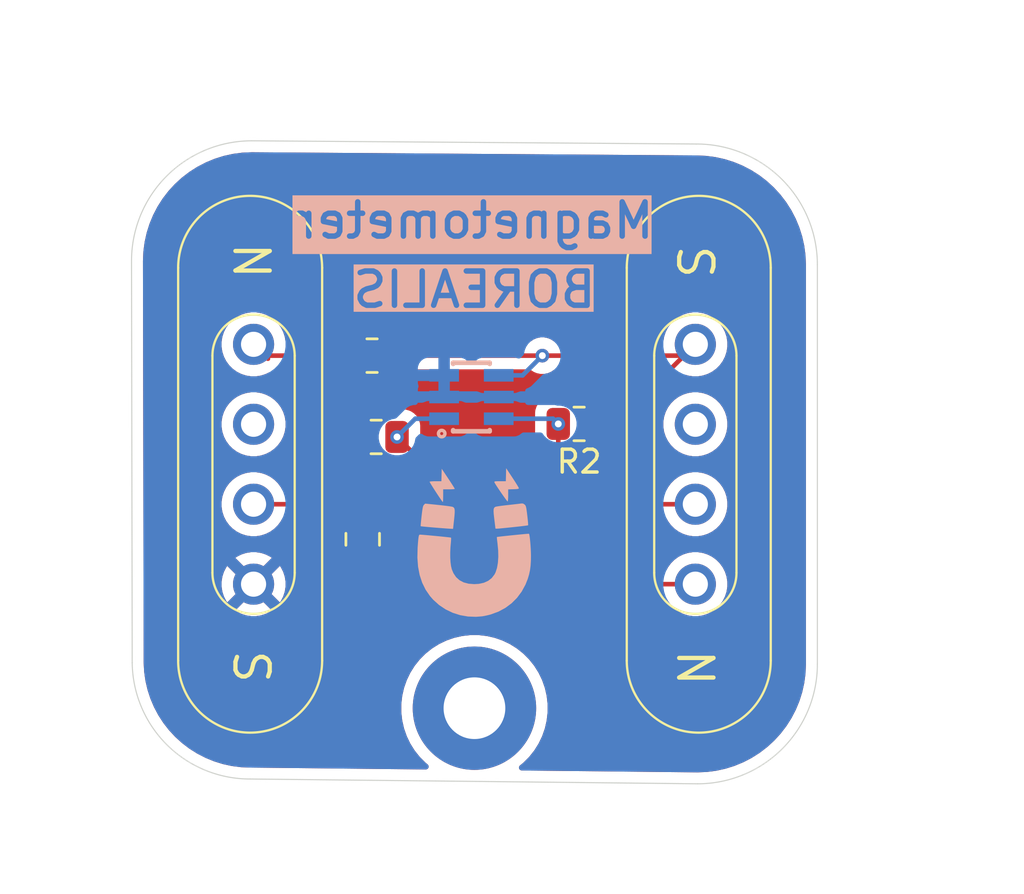
<source format=kicad_pcb>
(kicad_pcb (version 20241229) (generator "pcbnew") (generator_version "9.0")
  (layers (0 "F.Cu" signal) (2 "B.Cu" signal) (13 "F.Paste" user) (15 "B.Paste" user) (5 "F.SilkS" user "F.Silkscreen") (7 "B.SilkS" user "B.Silkscreen") (1 "F.Mask" user) (3 "B.Mask" user) (25 "Edge.Cuts" user))
  (net 0 "")
  (net 1 "GND")
  (net 2 "/SCL")
  (net 3 "/SDA")
  (net 4 "+3.3V")
  (net 5 "/ID")
  (net 6 "/ADC")
  (net 7 "+5V")
  (footprint "batteryholder:MAGNETIC POGO CONN." (layer "F.Cu") (at 151.33476 104.72476 -90)
    (property "Reference" "U1" (hide yes))
    (property "Value" "MAGNETIC POGO CONN." (hide yes))
    (fp_line (start -8.6 3) (end 8.6 3) (stroke (width 0.1)) (layer "F.SilkS") (net 151006809))
    (fp_line (start -4.75 1.8) (end 4.75 1.8) (stroke (width 0.1)) (layer "F.SilkS") (net 151006809))
    (fp_line (start -4.75 -1.8) (end 4.75 -1.8) (stroke (width 0.1)) (layer "F.SilkS") (net 151006809))
    (fp_line (start -8.6 -3.3) (end 8.6 -3.3) (stroke (width 0.1)) (layer "F.SilkS") (net 151006809))
    (fp_arc (start -8.6 3) (mid -11.75 -0.15) (end -8.6 -3.3) (stroke (width 0.1)) (layer "F.SilkS") (net 151006809))
    (fp_arc (start -4.75 1.8) (mid -6.55 0) (end -4.75 -1.8) (stroke (width 0.1)) (layer "F.SilkS") (net 151006809))
    (fp_arc (start 4.75 -1.8) (mid 6.55 0) (end 4.75 1.8) (stroke (width 0.1)) (layer "F.SilkS") (net 151006809))
    (fp_arc (start 8.6 -3.3) (mid 11.75 -0.15) (end 8.6 3) (stroke (width 0.1)) (layer "F.SilkS") (net 151006809))
    (fp_text user "S" (at -9.7 0.9 270) (layer "F.SilkS") (effects (font (size 1.5 1.5) (thickness 0.1875)) (justify left bottom)))
    (fp_text user "N" (at 8 0.9 270) (layer "F.SilkS") (effects (font (size 1.5 1.5) (thickness 0.1875)) (justify left bottom)))
    (pad "1" thru_hole circle (at -5.25 0 270) (size 1.8 1.8) (drill 1.1) (layers "*.Cu" "*.Mask") (net 4 "+3.3V"))
    (pad "2" thru_hole circle (at -1.75 0 270) (size 1.8 1.8) (drill 1.1) (layers "*.Cu" "*.Mask") (net 6 "/ADC"))
    (pad "3" thru_hole circle (at 1.75 0 270) (size 1.8 1.8) (drill 1.1) (layers "*.Cu" "*.Mask") (net 3 "/SDA"))
    (pad "4" thru_hole circle (at 5.25 0 270) (size 1.8 1.8) (drill 1.1) (layers "*.Cu" "*.Mask") (net 2 "/SCL"))
  )
  (footprint "Resistor_SMD:R_0805_2012Metric" (layer "F.Cu") (at 137.37 103.53)
    (property "Reference" "R3" (hide yes))
    (property "Value" "10K")
    (fp_line (start -0.227064 -0.735) (end 0.227064 -0.735) (stroke (width 0.12)) (layer "F.SilkS"))
    (fp_line (start -0.227064 0.735) (end 0.227064 0.735) (stroke (width 0.12)) (layer "F.SilkS"))
    (pad "1" smd roundrect (at -0.9125 0) (size 1.025 1.4) (layers "F.Cu" "F.Mask" "F.Paste") (roundrect_rratio 0.243902) (net 4 "+3.3V"))
    (pad "2" smd roundrect (at 0.9125 0) (size 1.025 1.4) (layers "F.Cu" "F.Mask" "F.Paste") (roundrect_rratio 0.243902) (net 2 "/SCL"))
  )
  (footprint "batteryholder:MAGNETIC POGO CONN." (layer "F.Cu") (at 132.00476 104.72476 90)
    (property "Reference" "U2" (hide yes))
    (property "Value" "MAGNETIC POGO CONN." (hide yes))
    (fp_line (start -8.6 -3.3) (end 8.6 -3.3) (stroke (width 0.1)) (layer "F.SilkS") (net 151006809))
    (fp_line (start -4.75 -1.8) (end 4.75 -1.8) (stroke (width 0.1)) (layer "F.SilkS") (net 151006809))
    (fp_line (start -4.75 1.8) (end 4.75 1.8) (stroke (width 0.1)) (layer "F.SilkS") (net 151006809))
    (fp_line (start -8.6 3) (end 8.6 3) (stroke (width 0.1)) (layer "F.SilkS") (net 151006809))
    (fp_arc (start 8.6 -3.3) (mid 11.75 -0.15) (end 8.6 3) (stroke (width 0.1)) (layer "F.SilkS") (net 151006809))
    (fp_arc (start 4.75 -1.8) (mid 6.55 0) (end 4.75 1.8) (stroke (width 0.1)) (layer "F.SilkS") (net 151006809))
    (fp_arc (start -4.75 1.8) (mid -6.55 0) (end -4.75 -1.8) (stroke (width 0.1)) (layer "F.SilkS") (net 151006809))
    (fp_arc (start -8.6 3) (mid -11.75 -0.15) (end -8.6 -3.3) (stroke (width 0.1)) (layer "F.SilkS") (net 151006809))
    (fp_text user "S" (at -9.7 0.9 90) (layer "F.SilkS") (effects (font (size 1.5 1.5) (thickness 0.1875)) (justify left bottom)))
    (fp_text user "N" (at 8 0.9 90) (layer "F.SilkS") (effects (font (size 1.5 1.5) (thickness 0.1875)) (justify left bottom)))
    (pad "1" thru_hole circle (at -5.25 0 90) (size 1.8 1.8) (drill 1.1) (layers "*.Cu" "*.Mask") (net 1 "GND"))
    (pad "2" thru_hole circle (at -1.75 0 90) (size 1.8 1.8) (drill 1.1) (layers "*.Cu" "*.Mask") (net 4 "+3.3V"))
    (pad "3" thru_hole circle (at 1.75 0 90) (size 1.8 1.8) (drill 1.1) (layers "*.Cu" "*.Mask") (net 7 "+5V"))
    (pad "4" thru_hole circle (at 5.25 0 90) (size 1.8 1.8) (drill 1.1) (layers "*.Cu" "*.Mask") (net 5 "/ID"))
  )
  (footprint "Capacitor_SMD:C_0805_2012Metric" (layer "F.Cu") (at 136.78 108.01 90)
    (property "Reference" "C5" (hide yes))
    (property "Value" "100nF")
    (fp_line (start -0.261252 -0.735) (end 0.261252 -0.735) (stroke (width 0.12)) (layer "F.SilkS"))
    (fp_line (start -0.261252 0.735) (end 0.261252 0.735) (stroke (width 0.12)) (layer "F.SilkS"))
    (pad "1" smd roundrect (at -0.95 0 90) (size 1 1.45) (layers "F.Cu" "F.Mask" "F.Paste") (net 1 "GND"))
    (pad "2" smd roundrect (at 0.95 0 90) (size 1 1.45) (layers "F.Cu" "F.Mask" "F.Paste") (net 4 "+3.3V"))
  )
  (footprint "MountingHole:MountingHole_2.7mm_M2.5_Pad" (layer "F.Cu") (at 141.66976 115.40476)
    (property "Reference" "H1" (hide yes))
    (property "Value" "MountingHole" (hide yes))
    (pad "1" thru_hole circle (at 0 0) (size 5.4 5.4) (drill 2.7) (layers "*.Cu" "*.Mask"))
  )
  (footprint "Resistor_SMD:R_0805_2012Metric" (layer "F.Cu") (at 137.19 99.97 180)
    (property "Reference" "R1" (hide yes))
    (property "Value" "R")
    (fp_line (start -0.227064 0.735) (end 0.227064 0.735) (stroke (width 0.12)) (layer "F.SilkS"))
    (fp_line (start -0.227064 -0.735) (end 0.227064 -0.735) (stroke (width 0.12)) (layer "F.SilkS"))
    (pad "1" smd roundrect (at -0.9125 0 180) (size 1.025 1.4) (layers "F.Cu" "F.Mask" "F.Paste") (roundrect_rratio 0.243902) (net 4 "+3.3V"))
    (pad "2" smd roundrect (at 0.9125 0 180) (size 1.025 1.4) (layers "F.Cu" "F.Mask" "F.Paste") (roundrect_rratio 0.243902) (net 5 "/ID"))
  )
  (footprint "Resistor_SMD:R_0805_2012Metric" (layer "F.Cu") (at 146.25 102.96 180)
    (property "Reference" "R2" (at 0 -1.65 0) (layer "F.SilkS"))
    (property "Value" "10K")
    (fp_line (start -0.227064 0.735) (end 0.227064 0.735) (stroke (width 0.12)) (layer "F.SilkS"))
    (fp_line (start -0.227064 -0.735) (end 0.227064 -0.735) (stroke (width 0.12)) (layer "F.SilkS"))
    (pad "1" smd roundrect (at -0.9125 0 180) (size 1.025 1.4) (layers "F.Cu" "F.Mask" "F.Paste") (roundrect_rratio 0.243902) (net 4 "+3.3V"))
    (pad "2" smd roundrect (at 0.9125 0 180) (size 1.025 1.4) (layers "F.Cu" "F.Mask" "F.Paste") (roundrect_rratio 0.243902) (net 3 "/SDA"))
  )
  (footprint "batteryholder:TLV493D" (layer "B.Cu") (at 141.54005 101.7818 180)
    (property "Reference" "TLV493D1" (hide yes))
    (property "Value" "~" (hide yes))
    (fp_line (start 0.8031 1.5) (end 0.8031 1.4503) (stroke (width 0.2)) (layer "B.SilkS"))
    (fp_line (start 0.8031 -1.4503) (end 0.8031 -1.5) (stroke (width 0.2)) (layer "B.SilkS"))
    (fp_line (start 0.8031 -1.5) (end -0.7969 -1.5) (stroke (width 0.2)) (layer "B.SilkS"))
    (fp_line (start -0.7969 1.5) (end 0.8031 1.5) (stroke (width 0.2)) (layer "B.SilkS"))
    (fp_line (start -0.7969 1.4503) (end -0.7969 1.5) (stroke (width 0.2)) (layer "B.SilkS"))
    (fp_line (start -0.7969 -1.5) (end -0.7969 -1.4503) (stroke (width 0.2)) (layer "B.SilkS"))
    (fp_circle (center 1.3031 -1.5999) (end 1.4446 -1.5999) (stroke (width 0.15)) (fill no) (layer "B.SilkS"))
    (pad "1" smd rect (at 1.1969 -0.95) (size 1.3 0.55) (layers "B.Cu" "B.Mask" "B.Paste") (net 2 "/SCL"))
    (pad "2" smd rect (at 1.1969 0) (size 1.3 0.55) (layers "B.Cu" "B.Mask" "B.Paste") (net 1 "GND"))
    (pad "3" smd rect (at 1.1969 0.95) (size 1.3 0.55) (layers "B.Cu" "B.Mask" "B.Paste") (net 1 "GND"))
    (pad "4" smd rect (at -1.1907 0.95) (size 1.3 0.55) (layers "B.Cu" "B.Mask" "B.Paste") (net 4 "+3.3V"))
    (pad "5" smd rect (at -1.1968 0) (size 1.3 0.55) (layers "B.Cu" "B.Mask" "B.Paste") (net 1 "GND"))
    (pad "6" smd rect (at -1.1907 -0.95) (size 1.3 0.55) (layers "B.Cu" "B.Mask" "B.Paste") (net 3 "/SDA"))
  )
  (footprint "LOGO" (layer "B.Cu") (at 141.66 108.16 180)
    (property "Reference" "G***" (hide yes))
    (property "Value" "LOGO" (hide yes))
    (fp_poly (pts (xy 1.429609 2.96545) (xy 1.436818 2.6924) (xy 1.68846 2.6924) (xy 1.79633 2.69041) (xy 1.883875 2.685049) (xy 1.93954 2.677235) (xy 1.953078 2.671405) (xy 1.943 2.646216) (xy 1.909336 2.586736) (xy 1.857096 2.50066) (xy 1.79129 2.395683) (xy 1.71693 2.279501) (xy 1.639024 2.15981) (xy 1.562584 2.044303) (xy 1.49262 1.940677) (xy 1.434143 1.856628) (xy 1.392162 1.799849) (xy 1.371689 1.778037) (xy 1.37138 1.778) (xy 1.366365 1.801691) (xy 1.362312 1.865926) (xy 1.359679 1.960454) (xy 1.3589 2.0574) (xy 1.3589 2.3368) (xy 1.1049 2.3368) (xy 0.998281 2.338838) (xy 0.913699 2.344332) (xy 0.861906 2.352354) (xy 0.8509 2.358726) (xy 0.864388 2.385616) (xy 0.902029 2.447951) (xy 0.959587 2.53905) (xy 1.032828 2.652229) (xy 1.117515 2.780806) (xy 1.13665 2.809576) (xy 1.4224 3.2385)) (fill yes) (layer "B.SilkS"))
    (fp_poly (pts (xy -1.389819 2.977545) (xy -1.382637 2.6924) (xy -1.126506 2.6924) (xy -1.010361 2.691617) (xy -0.936436 2.688229) (xy -0.896162 2.680677) (xy -0.880972 2.667405) (xy -0.882003 2.64795) (xy -0.900159 2.611047) (xy -0.941279 2.542928) (xy -1.000015 2.451377) (xy -1.071021 2.344177) (xy -1.14895 2.229109) (xy -1.228456 2.113958) (xy -1.30419 2.006505) (xy -1.370807 1.914533) (xy -1.42296 1.845825) (xy -1.455302 1.808165) (xy -1.46222 1.8034) (xy -1.472048 1.827085) (xy -1.479854 1.891302) (xy -1.484724 1.985796) (xy -1.4859 2.069147) (xy -1.4859 2.334894) (xy -1.72085 2.342197) (xy -1.834304 2.347225) (xy -1.905305 2.354847) (xy -1.942191 2.366692) (xy -1.9533 2.384391) (xy -1.953262 2.3876) (xy -1.938977 2.419741) (xy -1.90066 2.486893) (xy -1.842665 2.581936) (xy -1.769349 2.697755) (xy -1.685067 2.827231) (xy -1.673862 2.844195) (xy -1.397 3.262689)) (fill yes) (layer "B.SilkS"))
    (fp_poly (pts (xy 2.200613 1.658776) (xy 2.221127 1.63201) (xy 2.238292 1.592053) (xy 2.253707 1.531251) (xy 2.26897 1.441951) (xy 2.285682 1.3165) (xy 2.30303 1.168573) (xy 2.318711 1.025617) (xy 2.331365 0.901258) (xy 2.340224 0.803816) (xy 2.344523 0.741615) (xy 2.344085 0.72272) (xy 2.316719 0.717437) (xy 2.247082 0.709262) (xy 2.142989 0.698827) (xy 2.012253 0.686761) (xy 1.862688 0.673695) (xy 1.702106 0.660257) (xy 1.538322 0.647079) (xy 1.379149 0.634791) (xy 1.232399 0.624022) (xy 1.105888 0.615402) (xy 1.007426 0.609563) (xy 0.944829 0.607133) (xy 0.925613 0.608332) (xy 0.922459 0.637111) (xy 0.91472 0.707461) (xy 0.903379 0.810462) (xy 0.889416 0.937189) (xy 0.880312 1.019795) (xy 0.862488 1.194633) (xy 0.853402 1.326222) (xy 0.853898 1.421497) (xy 0.864821 1.487392) (xy 0.887015 1.530842) (xy 0.921325 1.55878) (xy 0.947414 1.570727) (xy 0.992184 1.58095) (xy 1.079174 1.594787) (xy 1.200022 1.611136) (xy 1.346368 1.628895) (xy 1.50985 1.646961) (xy 1.581878 1.654401) (xy 2.147756 1.711633)) (fill yes) (layer "B.SilkS"))
    (fp_poly (pts (xy -2.05989 1.718079) (xy -2.010496 1.711229) (xy -1.919925 1.700109) (xy -1.797518 1.68581) (xy -1.652614 1.66942) (xy -1.494552 1.65203) (xy -1.4859 1.651092) (xy -1.329144 1.633241) (xy -1.186754 1.615398) (xy -1.067604 1.598805) (xy -0.980569 1.584703) (xy -0.934525 1.574334) (xy -0.932941 1.573728) (xy -0.892983 1.550955) (xy -0.86566 1.516202) (xy -0.850248 1.462451) (xy -0.846025 1.382687) (xy -0.852269 1.269891) (xy -0.868259 1.117047) (xy -0.877828 1.038247) (xy -0.894603 0.902533) (xy -0.908918 0.784794) (xy -0.919679 0.694168) (xy -0.925795 0.63979) (xy -0.926784 0.62865) (xy -0.929317 0.621265) (xy -0.940118 0.616324) (xy -0.964415 0.614188) (xy -1.007435 0.615221) (xy -1.074403 0.619785) (xy -1.170548 0.628242) (xy -1.301096 0.640954) (xy -1.471274 0.658283) (xy -1.68631 0.680591) (xy -1.706212 0.682665) (xy -1.880872 0.701316) (xy -2.038372 0.718995) (xy -2.1718 0.734855) (xy -2.274246 0.74805) (xy -2.338798 0.757735) (xy -2.358649 0.762505) (xy -2.360101 0.790878) (xy -2.355846 0.861013) (xy -2.346628 0.964282) (xy -2.333193 1.092061) (xy -2.321338 1.194305) (xy -2.302113 1.350172) (xy -2.286329 1.463773) (xy -2.271976 1.543348) (xy -2.257044 1.597136) (xy -2.239523 1.633377) (xy -2.217404 1.660312) (xy -2.20479 1.672153) (xy -2.13761 1.714973) (xy -2.064437 1.718813)) (fill yes) (layer "B.SilkS"))
    (fp_poly (pts (xy -2.369718 0.392422) (xy -2.30067 0.387354) (xy -2.196939 0.378366) (xy -2.066433 0.366262) (xy -1.91706 0.351844) (xy -1.756727 0.335916) (xy -1.593343 0.31928) (xy -1.434815 0.302739) (xy -1.289051 0.287097) (xy -1.16396 0.273155) (xy -1.067448 0.261718) (xy -1.007424 0.253588) (xy -0.991054 0.250095) (xy -0.990623 0.222893) (xy -0.996222 0.156187) (xy -1.006808 0.060778) (xy -1.017692 -0.0254) (xy -1.047261 -0.331122) (xy -1.053205 -0.616646) (xy -1.03606 -0.876292) (xy -0.996361 -1.104384) (xy -0.934643 -1.295243) (xy -0.889377 -1.385949) (xy -0.767762 -1.545085) (xy -0.611277 -1.667765) (xy -0.420915 -1.753512) (xy -0.197669 -1.801848) (xy 0 -1.813271) (xy 0.248293 -1.794036) (xy 0.462838 -1.736954) (xy 0.64414 -1.641693) (xy 0.792706 -1.507919) (xy 0.909042 -1.335298) (xy 0.97945 -1.1684) (xy 1.01369 -1.027925) (xy 1.037247 -0.848638) (xy 1.04961 -0.641496) (xy 1.050265 -0.41746) (xy 1.038698 -0.187487) (xy 1.029939 -0.090471) (xy 1.019111 0.027213) (xy 1.012519 0.125601) (xy 1.010698 0.194202) (xy 1.014001 0.222369) (xy 1.04096 0.227452) (xy 1.110506 0.236198) (xy 1.214622 0.247832) (xy 1.34529 0.261578) (xy 1.494493 0.276661) (xy 1.654212 0.292304) (xy 1.816429 0.307732) (xy 1.973126 0.322169) (xy 2.116287 0.334839) (xy 2.237892 0.344966) (xy 2.329925 0.351775) (xy 2.378003 0.354348) (xy 2.397854 0.348999) (xy 2.414148 0.327773) (xy 2.427866 0.284907) (xy 2.43999 0.214636) (xy 2.451504 0.111196) (xy 2.463388 -0.031177) (xy 2.476625 -0.218249) (xy 2.477324 -0.228652) (xy 2.487242 -0.655331) (xy 2.457426 -1.050817) (xy 2.387656 -1.415841) (xy 2.277709 -1.751137) (xy 2.127366 -2.057439) (xy 1.936405 -2.33548) (xy 1.793303 -2.498382) (xy 1.536779 -2.729074) (xy 1.252177 -2.919208) (xy 0.943885 -3.067294) (xy 0.616291 -3.171843) (xy 0.273785 -3.231369) (xy -0.079245 -3.244381) (xy -0.344039 -3.223273) (xy -0.449441 -3.205363) (xy -0.578665 -3.177316) (xy -0.707174 -3.144556) (xy -0.732362 -3.137416) (xy -1.061289 -3.016641) (xy -1.362729 -2.854049) (xy -1.634166 -2.652063) (xy -1.873084 -2.413107) (xy -2.076964 -2.139602) (xy -2.243291 -1.833972) (xy -2.340458 -1.589305) (xy -2.398878 -1.396279) (xy -2.440419 -1.204702) (xy -2.466941 -1.001106) (xy -2.480302 -0.772025) (xy -2.482756 -0.5588) (xy -2.480001 -0.419983) (xy -2.473321 -0.268918) (xy -2.463531 -0.114573) (xy -2.451447 0.034084) (xy -2.437887 0.168084) (xy -2.423665 0.278458) (xy -2.409597 0.356238) (xy -2.396501 0.392456) (xy -2.396175 0.392768)) (fill yes) (layer "B.SilkS"))
  )
  (gr_line (start 126.66476 95.82476) (end 126.694761 113.41476) (stroke (width 0.05)) (layer "Edge.Cuts"))
  (gr_arc (start 126.66476 95.82476) (mid 128.205378 92.105378) (end 131.92476 90.56476) (stroke (width 0.05)) (layer "Edge.Cuts"))
  (gr_line (start 156.67476 113.47476) (end 156.67476 95.99476) (stroke (width 0.05)) (layer "Edge.Cuts"))
  (gr_arc (start 151.38476 90.70476) (mid 155.125355 92.254165) (end 156.67476 95.99476) (stroke (width 0.05)) (layer "Edge.Cuts"))
  (gr_arc (start 156.67476 113.47476) (mid 155.14 117.18) (end 151.43476 118.71476) (stroke (width 0.05)) (layer "Edge.Cuts"))
  (gr_line (start 151.38476 90.70476) (end 131.92476 90.56476) (stroke (width 0.05)) (layer "Edge.Cuts"))
  (gr_line (start 131.854158 118.505101) (end 151.43476 118.71476) (stroke (width 0.05)) (layer "Edge.Cuts"))
  (gr_arc (start 131.854158 118.505101) (mid 128.227532 117.021061) (end 126.69476 113.41476) (stroke (width 0.05)) (layer "Edge.Cuts"))
  (gr_text "BOREALIS" (at 141.66976 96.20476 0) (layer "B.SilkS" knockout) (effects (font (size 1.5 1.5) (thickness 0.24) (bold yes)) (justify top mirror)))
  (gr_text "Magnetometer" (at 141.66976 94.05476 0) (layer "B.SilkS" knockout) (effects (font (size 1.5 1.5) (thickness 0.24) (bold yes)) (justify mirror)))
  (segment (start 140.34315 101.7818) (end 140.34315 100.8318) (width 0.2) (layer "B.Cu") (net 1))
  (segment (start 142.73685 101.7818) (end 140.34315 101.7818) (width 0.2) (layer "B.Cu") (net 1))
  (segment (start 151.33476 109.97476) (end 144.72726 109.97476) (width 0.2) (layer "F.Cu") (net 2))
  (segment (start 144.72726 109.97476) (end 138.2825 103.53) (width 0.2) (layer "F.Cu") (net 2))
  (via blind (at 138.2825 103.53) (size 0.6) (drill 0.3) (layers "F.Cu" "B.Cu") (net 2))
  (segment (start 140.34315 102.7318) (end 139.0807 102.7318) (width 0.2) (layer "B.Cu") (net 2))
  (segment (start 139.0807 102.7318) (end 138.2825 103.53) (width 0.2) (layer "B.Cu") (net 2))
  (segment (start 145.3375 103.9475) (end 145.3375 102.96) (width 0.2) (layer "F.Cu") (net 3))
  (segment (start 151.33476 106.47476) (end 147.86476 106.47476) (width 0.2) (layer "F.Cu") (net 3))
  (segment (start 147.86476 106.47476) (end 145.3375 103.9475) (width 0.2) (layer "F.Cu") (net 3))
  (via blind (at 145.3375 102.96) (size 0.6) (drill 0.3) (layers "F.Cu" "B.Cu") (net 3))
  (segment (start 142.73075 102.7318) (end 145.1093 102.7318) (width 0.2) (layer "B.Cu") (net 3))
  (segment (start 145.1093 102.7318) (end 145.3375 102.96) (width 0.2) (layer "B.Cu") (net 3))
  (segment (start 136.78 103.8525) (end 136.4575 103.53) (width 0.2) (layer "F.Cu") (net 4))
  (segment (start 136.4575 103.53) (end 136.4575 103.4125) (width 0.2) (layer "F.Cu") (net 4))
  (segment (start 138.1025 101.7675) (end 138.1025 99.97) (width 0.2) (layer "F.Cu") (net 4))
  (segment (start 132.00476 106.47476) (end 136.19476 106.47476) (width 0.2) (layer "F.Cu") (net 4))
  (segment (start 138.1025 99.97) (end 144.64 99.97) (width 0.2) (layer "F.Cu") (net 4))
  (segment (start 136.19476 106.47476) (end 136.78 107.06) (width 0.2) (layer "F.Cu") (net 4))
  (segment (start 136.4575 103.4125) (end 138.1025 101.7675) (width 0.2) (layer "F.Cu") (net 4))
  (segment (start 150.83952 99.97) (end 151.33476 99.47476) (width 0.2) (layer "F.Cu") (net 4))
  (segment (start 151.33476 99.47476) (end 147.84952 102.96) (width 0.2) (layer "F.Cu") (net 4))
  (segment (start 147.84952 102.96) (end 147.1625 102.96) (width 0.2) (layer "F.Cu") (net 4))
  (segment (start 144.64 99.97) (end 150.83952 99.97) (width 0.2) (layer "F.Cu") (net 4))
  (segment (start 136.78 107.06) (end 136.78 103.8525) (width 0.2) (layer "F.Cu") (net 4))
  (via blind (at 144.64 99.97) (size 0.6) (drill 0.3) (layers "F.Cu" "B.Cu") (net 4))
  (segment (start 143.7782 100.8318) (end 144.64 99.97) (width 0.2) (layer "B.Cu") (net 4))
  (segment (start 142.73075 100.8318) (end 143.7782 100.8318) (width 0.2) (layer "B.Cu") (net 4))
  (segment (start 132.63476 100.10476) (end 132.00476 99.47476) (width 0.2) (layer "F.Cu") (net 5))
  (segment (start 132.5 99.97) (end 132.00476 99.47476) (width 0.2) (layer "F.Cu") (net 5))
  (segment (start 136.2775 99.97) (end 132.5 99.97) (width 0.2) (layer "F.Cu") (net 5))
  (zone (net 1) (net_name "GND") (layers "F.Cu" "B.Cu") (connect_pads (clearance 0.5)) (min_thickness 0.25) (fill yes (thermal_gap 0.5) (thermal_bridge_width 0.5))
    (polygon (pts (xy 120.91 86.9) (xy 165.74 84.4) (xy 164.69 122.96) (xy 124.14 123.56)))
  )
)
</source>
